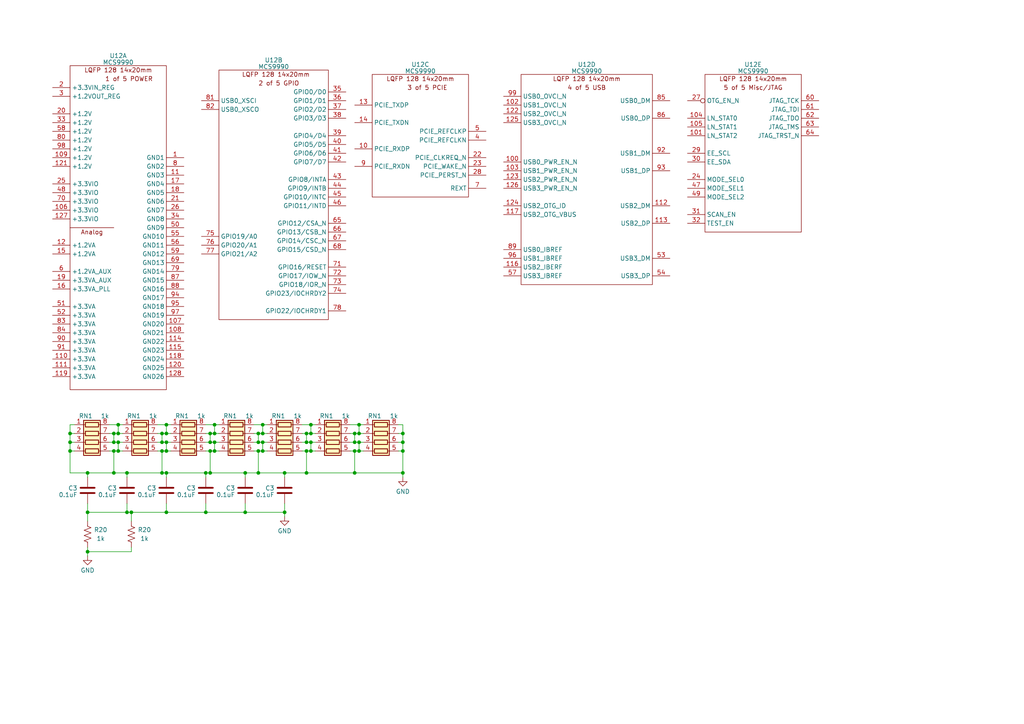
<source format=kicad_sch>
(kicad_sch (version 20230121) (generator eeschema)
  (paper "A4")
  (title_block (title "USB, 5v POWER") (date "2024-09-15") (rev "1"))
  (lib_symbols
    (symbol "Device:C" (pin_numbers hide) (pin_names (offset 0.254))
      (property "Reference" "C" (at 0.635 2.54 0))
      (property "Value" "C" (at 0.635 -2.54 0))
      (symbol "C_0_1"
        (polyline (pts (xy -2.032 -0.762) (xy 2.032 -0.762)) (stroke (width 0.508)))
        (polyline (pts (xy -2.032 0.762) (xy 2.032 0.762)) (stroke (width 0.508)))
      )
      (symbol "C_1_1"
        (pin passive line (at 0 3.81 270) (length 2.794) (name "~") (number "1"))
        (pin passive line (at 0 -3.81 90) (length 2.794) (name "~") (number "2"))
      )
    )
    (symbol "Device:R_Pack04" (pin_names (offset 0) hide)
      (property "Reference" "RN" (at -7.62 0 90))
      (property "Value" "R_Pack04" (at 5.08 0 90))
      (symbol "R_Pack04_0_1"
        (rectangle (start -6.35 -2.413) (end 3.81 2.413) (stroke (width 0.254)) (fill (type background)))
        (rectangle (start -5.715 1.905) (end -4.445 -1.905) (stroke (width 0.254)))
        (rectangle (start -3.175 1.905) (end -1.905 -1.905) (stroke (width 0.254)))
        (rectangle (start -0.635 1.905) (end 0.635 -1.905) (stroke (width 0.254)))
        (polyline (pts (xy -5.08 -2.54) (xy -5.08 -1.905)))
        (polyline (pts (xy -5.08 1.905) (xy -5.08 2.54)))
        (polyline (pts (xy -2.54 -2.54) (xy -2.54 -1.905)))
        (polyline (pts (xy -2.54 1.905) (xy -2.54 2.54)))
        (polyline (pts (xy 0 -2.54) (xy 0 -1.905)))
        (polyline (pts (xy 0 1.905) (xy 0 2.54)))
        (polyline (pts (xy 2.54 -2.54) (xy 2.54 -1.905)))
        (polyline (pts (xy 2.54 1.905) (xy 2.54 2.54)))
        (rectangle (start 1.905 1.905) (end 3.175 -1.905) (stroke (width 0.254)))
      )
      (symbol "R_Pack04_1_1"
        (pin passive line (at -5.08 -5.08 90) (length 2.54) (name "R1.1") (number "1"))
        (pin passive line (at -2.54 -5.08 90) (length 2.54) (name "R2.1") (number "2"))
        (pin passive line (at 0 -5.08 90) (length 2.54) (name "R3.1") (number "3"))
        (pin passive line (at 2.54 -5.08 90) (length 2.54) (name "R4.1") (number "4"))
        (pin passive line (at 2.54 5.08 270) (length 2.54) (name "R4.2") (number "5"))
        (pin passive line (at 0 5.08 270) (length 2.54) (name "R3.2") (number "6"))
        (pin passive line (at -2.54 5.08 270) (length 2.54) (name "R2.2") (number "7"))
        (pin passive line (at -5.08 5.08 270) (length 2.54) (name "R1.2") (number "8"))
      )
    )
    (symbol "Device:R_US" (pin_numbers hide) (pin_names (offset 0))
      (property "Reference" "R" (at 2.54 0 90))
      (property "Value" "R_US" (at -2.54 0 90))
      (symbol "R_US_0_1"
        (polyline (pts (xy 0 -2.286) (xy 0 -2.54)))
        (polyline (pts (xy 0 2.286) (xy 0 2.54)))
        (polyline (pts (xy 0 -0.762) (xy 1.016 -1.143) (xy 0 -1.524) (xy -1.016 -1.905) (xy 0 -2.286)))
        (polyline (pts (xy 0 0.762) (xy 1.016 0.381) (xy 0 0) (xy -1.016 -0.381) (xy 0 -0.762)))
        (polyline (pts (xy 0 2.286) (xy 1.016 1.905) (xy 0 1.524) (xy -1.016 1.143) (xy 0 0.762)))
      )
      (symbol "R_US_1_1"
        (pin passive line (at 0 3.81 270) (length 1.27) (name "~") (number "1"))
        (pin passive line (at 0 -3.81 90) (length 1.27) (name "~") (number "2"))
      )
    )
    (symbol "html_accel_Symbols:MCS9990"
      (property "Reference" "U" (at 19.05 3.81 0))
      (property "Value" "MCS9990" (at 19.05 1.27 0))
      (symbol "MCS9990_1_0"
        (pin power_in line (at 33.02 -26.67 180) (length 5.08) (name "GND1") (number "1"))
        (pin power_in line (at -5.08 -41.91 0) (length 5.08) (name "+3.3VIO") (number "106"))
        (pin power_in line (at 33.02 -74.93 180) (length 5.08) (name "GND20") (number "107"))
        (pin power_in line (at 33.02 -77.47 180) (length 5.08) (name "GND21") (number "108"))
        (pin power_in line (at -5.08 -26.67 0) (length 5.08) (name "+1.2V") (number "109"))
        (pin power_in line (at 33.02 -31.75 180) (length 5.08) (name "GND3") (number "11"))
        (pin power_in line (at -5.08 -85.09 0) (length 5.08) (name "+3.3VA") (number "110"))
        (pin power_in line (at -5.08 -87.63 0) (length 5.08) (name "+3.3VA") (number "111"))
        (pin power_in line (at 33.02 -80.01 180) (length 5.08) (name "GND22") (number "114"))
        (pin power_in line (at 33.02 -82.55 180) (length 5.08) (name "GND23") (number "115"))
        (pin power_in line (at 33.02 -85.09 180) (length 5.08) (name "GND24") (number "118"))
        (pin power_in line (at -5.08 -90.17 0) (length 5.08) (name "+3.3VA") (number "119"))
        (pin power_in line (at -5.08 -52.07 0) (length 5.08) (name "+1.2VA") (number "12"))
        (pin power_in line (at 33.02 -87.63 180) (length 5.08) (name "GND25") (number "120"))
        (pin power_in line (at -5.08 -29.21 0) (length 5.08) (name "+1.2V") (number "121"))
        (pin power_in line (at -5.08 -44.45 0) (length 5.08) (name "+3.3VIO") (number "127"))
        (pin power_in line (at 33.02 -90.17 180) (length 5.08) (name "GND26") (number "128"))
        (pin power_in line (at -5.08 -54.61 0) (length 5.08) (name "+1.2VA") (number "15"))
        (pin power_in line (at -5.08 -64.77 0) (length 5.08) (name "+3.3VA_PLL") (number "16"))
        (pin power_in line (at 33.02 -34.29 180) (length 5.08) (name "GND4") (number "17"))
        (pin power_in line (at 33.02 -36.83 180) (length 5.08) (name "GND5") (number "18"))
        (pin power_in line (at -5.08 -62.23 0) (length 5.08) (name "+3.3VA_AUX") (number "19"))
        (pin power_in line (at -5.08 -6.35 0) (length 5.08) (name "+3.3VIN_REG") (number "2"))
        (pin power_in line (at -5.08 -13.97 0) (length 5.08) (name "+1.2V") (number "20"))
        (pin power_in line (at 33.02 -39.37 180) (length 5.08) (name "GND6") (number "21"))
        (pin power_in line (at -5.08 -34.29 0) (length 5.08) (name "+3.3VIO") (number "25"))
        (pin power_in line (at 33.02 -41.91 180) (length 5.08) (name "GND7") (number "26"))
        (pin power_out line (at -5.08 -8.89 0) (length 5.08) (name "+1.2VOUT_REG") (number "3"))
        (pin power_in line (at -5.08 -16.51 0) (length 5.08) (name "+1.2V") (number "33"))
        (pin power_in line (at 33.02 -44.45 180) (length 5.08) (name "GND8") (number "34"))
        (pin power_in line (at -5.08 -36.83 0) (length 5.08) (name "+3.3VIO") (number "48"))
        (pin power_in line (at 33.02 -46.99 180) (length 5.08) (name "GND9") (number "50"))
        (pin power_in line (at -5.08 -69.85 0) (length 5.08) (name "+3.3VA") (number "51"))
        (pin power_in line (at -5.08 -72.39 0) (length 5.08) (name "+3.3VA") (number "52"))
        (pin power_in line (at 33.02 -49.53 180) (length 5.08) (name "GND10") (number "55"))
        (pin power_in line (at 33.02 -52.07 180) (length 5.08) (name "GND11") (number "56"))
        (pin power_in line (at -5.08 -19.05 0) (length 5.08) (name "+1.2V") (number "58"))
        (pin power_in line (at 33.02 -54.61 180) (length 5.08) (name "GND12") (number "59"))
        (pin power_in line (at -5.08 -59.69 0) (length 5.08) (name "+1.2VA_AUX") (number "6"))
        (pin power_in line (at 33.02 -57.15 180) (length 5.08) (name "GND13") (number "69"))
        (pin power_in line (at -5.08 -39.37 0) (length 5.08) (name "+3.3VIO") (number "70"))
        (pin power_in line (at 33.02 -59.69 180) (length 5.08) (name "GND14") (number "79"))
        (pin power_in line (at 33.02 -29.21 180) (length 5.08) (name "GND2") (number "8"))
        (pin power_in line (at -5.08 -21.59 0) (length 5.08) (name "+1.2V") (number "80"))
        (pin power_in line (at -5.08 -74.93 0) (length 5.08) (name "+3.3VA") (number "83"))
        (pin power_in line (at -5.08 -77.47 0) (length 5.08) (name "+3.3VA") (number "84"))
        (pin power_in line (at 33.02 -62.23 180) (length 5.08) (name "GND15") (number "87"))
        (pin power_in line (at 33.02 -64.77 180) (length 5.08) (name "GND16") (number "88"))
        (pin power_in line (at -5.08 -80.01 0) (length 5.08) (name "+3.3VA") (number "90"))
        (pin power_in line (at -5.08 -82.55 0) (length 5.08) (name "+3.3VA") (number "91"))
        (pin power_in line (at 33.02 -67.31 180) (length 5.08) (name "GND17") (number "94"))
        (pin power_in line (at 33.02 -69.85 180) (length 5.08) (name "GND18") (number "95"))
        (pin power_in line (at 33.02 -72.39 180) (length 5.08) (name "GND19") (number "97"))
        (pin power_in line (at -5.08 -24.13 0) (length 5.08) (name "+1.2V") (number "98"))
      )
      (symbol "MCS9990_1_1"
        (polyline (pts (xy 0 -46.99) (xy 12.7 -46.99)))
        (rectangle (start 0 0) (end 27.94 -93.98))
        (text "1 of 5 POWER" (at 10.16 -3.81 0) (effects (font (size 1.27 1.27)) (justify left)))
        (text "Analog" (at 6.35 -48.26 0) (effects (font (size 1.27 1.27))))
        (text "LQFP 128 14x20mm" (at 13.97 -1.27 0) (effects (font (size 1.27 1.27))))
      )
      (symbol "MCS9990_2_0"
        (pin bidirectional line (at 36.83 -6.35 180) (length 5.08) (name "GPIO0/D0") (number "35"))
        (pin bidirectional line (at 36.83 -8.89 180) (length 5.08) (name "GPIO1/D1") (number "36"))
        (pin bidirectional line (at 36.83 -11.43 180) (length 5.08) (name "GPIO2/D2") (number "37"))
        (pin bidirectional line (at 36.83 -13.97 180) (length 5.08) (name "GPIO3/D3") (number "38"))
        (pin bidirectional line (at 36.83 -19.05 180) (length 5.08) (name "GPIO4/D4") (number "39"))
        (pin bidirectional line (at 36.83 -21.59 180) (length 5.08) (name "GPIO5/D5") (number "40"))
        (pin bidirectional line (at 36.83 -24.13 180) (length 5.08) (name "GPIO6/D6") (number "41"))
        (pin bidirectional line (at 36.83 -26.67 180) (length 5.08) (name "GPIO7/D7") (number "42"))
        (pin input line (at 36.83 -31.75 180) (length 5.08) (name "GPIO8/INTA") (number "43"))
        (pin input line (at 36.83 -34.29 180) (length 5.08) (name "GPIO9/INTB") (number "44"))
        (pin input line (at 36.83 -36.83 180) (length 5.08) (name "GPIO10/INTC") (number "45"))
        (pin input line (at 36.83 -39.37 180) (length 5.08) (name "GPIO11/INTD") (number "46"))
        (pin output line (at 36.83 -44.45 180) (length 5.08) (name "GPIO12/CSA_N") (number "65"))
        (pin output line (at 36.83 -46.99 180) (length 5.08) (name "GPIO13/CSB_N") (number "66"))
        (pin output line (at 36.83 -49.53 180) (length 5.08) (name "GPIO14/CSC_N") (number "67"))
        (pin output line (at 36.83 -52.07 180) (length 5.08) (name "GPIO15/CSD_N") (number "68"))
        (pin output line (at 36.83 -57.15 180) (length 5.08) (name "GPIO16/RESET") (number "71"))
        (pin output line (at 36.83 -59.69 180) (length 5.08) (name "GPIO17/IOW_N") (number "72"))
        (pin output line (at 36.83 -62.23 180) (length 5.08) (name "GPIO18/IOR_N") (number "73"))
        (pin input line (at 36.83 -64.77 180) (length 5.08) (name "GPIO23/IOCHRDY2") (number "74"))
        (pin output line (at -5.08 -48.26 0) (length 5.08) (name "GPIO19/A0") (number "75"))
        (pin output line (at -5.08 -50.8 0) (length 5.08) (name "GPIO20/A1") (number "76"))
        (pin output line (at -5.08 -53.34 0) (length 5.08) (name "GPIO21/A2") (number "77"))
        (pin input line (at 36.83 -69.85 180) (length 5.08) (name "GPIO22/IOCHRDY1") (number "78"))
        (pin input line (at -5.08 -8.89 0) (length 5.08) (name "USB0_XSCI") (number "81"))
        (pin output line (at -5.08 -11.43 0) (length 5.08) (name "USB0_XSCO") (number "82"))
      )
      (symbol "MCS9990_2_1"
        (rectangle (start 0 0) (end 31.75 -72.39))
        (text "2 of 5 GPIO" (at 11.43 -3.81 0) (effects (font (size 1.27 1.27)) (justify left)))
        (text "LQFP 128 14x20mm" (at 16.51 -1.27 0) (effects (font (size 1.27 1.27))))
      )
      (symbol "MCS9990_3_0"
        (pin input line (at -5.08 -21.59 0) (length 5.08) (name "PCIE_RXDP") (number "10"))
        (pin output line (at -5.08 -8.89 0) (length 5.08) (name "PCIE_TXDP") (number "13"))
        (pin output line (at -5.08 -13.97 0) (length 5.08) (name "PCIE_TXDN") (number "14"))
        (pin output line (at 33.02 -24.13 180) (length 5.08) (name "PCIE_CLKREQ_N") (number "22"))
        (pin input line (at 33.02 -29.21 180) (length 5.08) (name "PCIE_PERST_N") (number "28"))
        (pin input line (at 33.02 -19.05 180) (length 5.08) (name "PCIE_REFCLKN") (number "4"))
        (pin input line (at 33.02 -16.51 180) (length 5.08) (name "PCIE_REFCLKP") (number "5"))
        (pin input line (at -5.08 -26.67 0) (length 5.08) (name "PCIE_RXDN") (number "9"))
      )
      (symbol "MCS9990_3_1"
        (rectangle (start 0 0) (end 27.94 -35.56))
        (text "3 of 5 PCIE" (at 10.16 -3.81 0) (effects (font (size 1.27 1.27)) (justify left)))
        (text "LQFP 128 14x20mm" (at 13.97 -1.27 0) (effects (font (size 1.27 1.27))))
        (pin output line (at 33.02 -26.67 180) (length 5.08) (name "PCIE_WAKE_N") (number "23"))
        (pin output line (at 33.02 -33.02 180) (length 5.08) (name "REXT") (number "7"))
      )
      (symbol "MCS9990_4_0"
        (pin output line (at -5.08 -27.94 0) (length 5.08) (name "USB1_PWR_EN_N") (number "103"))
        (pin bidirectional line (at 43.18 -38.1 180) (length 5.08) (name "USB2_DM") (number "112"))
        (pin input line (at -5.08 -40.64 0) (length 5.08) (name "USB2_OTG_VBUS") (number "117"))
        (pin input line (at -5.08 -11.43 0) (length 5.08) (name "USB2_OVCI_N") (number "122"))
        (pin output line (at -5.08 -30.48 0) (length 5.08) (name "USB2_PWR_EN_N") (number "123"))
        (pin input line (at -5.08 -38.1 0) (length 5.08) (name "USB2_OTG_ID") (number "124"))
        (pin input line (at -5.08 -13.97 0) (length 5.08) (name "USB3_OVCI_N") (number "125"))
        (pin output line (at -5.08 -33.02 0) (length 5.08) (name "USB3_PWR_EN_N") (number "126"))
        (pin bidirectional line (at 43.18 -53.34 180) (length 5.08) (name "USB3_DM") (number "53"))
        (pin bidirectional line (at 43.18 -58.42 180) (length 5.08) (name "USB3_DP") (number "54"))
        (pin input line (at -5.08 -58.42 0) (length 5.08) (name "USB3_IBREF") (number "57"))
      )
      (symbol "MCS9990_4_1"
        (rectangle (start 0 0) (end 38.1 -60.96))
        (text "4 of 5 USB" (at 19.05 -3.81 0) (effects (font (size 1.27 1.27))))
        (text "LQFP 128 14x20mm" (at 19.05 -1.27 0) (effects (font (size 1.27 1.27))))
        (pin output line (at -5.08 -25.4 0) (length 5.08) (name "USB0_PWR_EN_N") (number "100"))
        (pin input line (at -5.08 -8.89 0) (length 5.08) (name "USB1_OVCI_N") (number "102"))
        (pin bidirectional line (at 43.18 -43.18 180) (length 5.08) (name "USB2_DP") (number "113"))
        (pin input line (at -5.08 -55.88 0) (length 5.08) (name "USB2_IBERF") (number "116"))
        (pin bidirectional line (at 43.18 -7.62 180) (length 5.08) (name "USB0_DM") (number "85"))
        (pin bidirectional line (at 43.18 -12.7 180) (length 5.08) (name "USB0_DP") (number "86"))
        (pin input line (at -5.08 -50.8 0) (length 5.08) (name "USB0_IBREF") (number "89"))
        (pin bidirectional line (at 43.18 -22.86 180) (length 5.08) (name "USB1_DM") (number "92"))
        (pin bidirectional line (at 43.18 -27.94 180) (length 5.08) (name "USB1_DP") (number "93"))
        (pin input line (at -5.08 -53.34 0) (length 5.08) (name "USB1_IBREF") (number "96"))
        (pin input line (at -5.08 -6.35 0) (length 5.08) (name "USB0_OVCI_N") (number "99"))
      )
      (symbol "MCS9990_5_0"
        (pin bidirectional line (at -5.08 -17.78 0) (length 5.08) (name "LN_STAT2") (number "101"))
        (pin bidirectional line (at -5.08 -12.7 0) (length 5.08) (name "LN_STAT0") (number "104"))
        (pin bidirectional line (at -5.08 -15.24 0) (length 5.08) (name "LN_STAT1") (number "105"))
        (pin input line (at -5.08 -30.48 0) (length 5.08) (name "MODE_SEL0") (number "24"))
        (pin input inverted (at -5.08 -7.62 0) (length 5.08) (name "OTG_EN_N") (number "27"))
        (pin bidirectional line (at -5.08 -22.86 0) (length 5.08) (name "EE_SCL") (number "29"))
        (pin bidirectional line (at -5.08 -25.4 0) (length 5.08) (name "EE_SDA") (number "30"))
        (pin input line (at -5.08 -43.18 0) (length 5.08) (name "TEST_EN") (number "32"))
        (pin input line (at -5.08 -33.02 0) (length 5.08) (name "MODE_SEL1") (number "47"))
        (pin input line (at -5.08 -35.56 0) (length 5.08) (name "MODE_SEL2") (number "49"))
        (pin input line (at 33.02 -7.62 180) (length 5.08) (name "JTAG_TCK") (number "60"))
        (pin input line (at 33.02 -10.16 180) (length 5.08) (name "JTAG_TDI") (number "61"))
        (pin output line (at 33.02 -12.7 180) (length 5.08) (name "JTAG_TDO") (number "62"))
        (pin input line (at 33.02 -15.24 180) (length 5.08) (name "JTAG_TMS") (number "63"))
        (pin input line (at 33.02 -17.78 180) (length 5.08) (name "JTAG_TRST_N") (number "64"))
      )
      (symbol "MCS9990_5_1"
        (rectangle (start 0 0) (end 27.94 -45.72))
        (text "5 of 5 Misc/JTAG" (at 13.97 -3.81 0) (effects (font (size 1.27 1.27))))
        (text "LQFP 128 14x20mm" (at 13.97 -1.27 0) (effects (font (size 1.27 1.27))))
        (pin input line (at -5.08 -40.64 0) (length 5.08) (name "SCAN_EN") (number "31"))
      )
    )
    (symbol "power:GND" (power) (pin_names (offset 0))
      (property "Value" "GND" (at 0 -3.81 0))
      (symbol "GND_0_1"
        (polyline (pts (xy 0 0) (xy 0 -1.27) (xy 1.27 -1.27) (xy 0 -2.54) (xy -1.27 -1.27) (xy 0 -1.27)))
      )
      (symbol "GND_1_1"
        (pin power_in line (at 0 0 270) (length 0) hide (name "GND") (number "1"))
      )
    )
  )
  (junction (at 34.29 123.19))
  (junction (at 88.9 137.16))
  (junction (at 74.93 137.16))
  (junction (at 25.4 160.02))
  (junction (at 46.99 125.73))
  (junction (at 102.87 125.73))
  (junction (at 36.83 148.59))
  (junction (at 104.14 125.73))
  (junction (at 116.84 130.81))
  (junction (at 90.17 125.73))
  (junction (at 20.32 128.27))
  (junction (at 74.93 130.81))
  (junction (at 90.17 130.81))
  (junction (at 76.2 123.19))
  (junction (at 48.26 128.27))
  (junction (at 116.84 128.27))
  (junction (at 76.2 128.27))
  (junction (at 38.1 148.59))
  (junction (at 62.23 125.73))
  (junction (at 48.26 123.19))
  (junction (at 48.26 137.16))
  (junction (at 48.26 125.73))
  (junction (at 88.9 128.27))
  (junction (at 20.32 125.73))
  (junction (at 46.99 137.16))
  (junction (at 48.26 148.59))
  (junction (at 102.87 128.27))
  (junction (at 74.93 125.73))
  (junction (at 34.29 130.81))
  (junction (at 60.96 137.16))
  (junction (at 82.55 137.16))
  (junction (at 33.02 130.81))
  (junction (at 59.69 137.16))
  (junction (at 90.17 123.19))
  (junction (at 62.23 130.81))
  (junction (at 60.96 128.27))
  (junction (at 36.83 137.16))
  (junction (at 104.14 130.81))
  (junction (at 62.23 128.27))
  (junction (at 33.02 128.27))
  (junction (at 34.29 128.27))
  (junction (at 82.55 148.59))
  (junction (at 71.12 148.59))
  (junction (at 48.26 130.81))
  (junction (at 76.2 125.73))
  (junction (at 33.02 137.16))
  (junction (at 116.84 125.73))
  (junction (at 116.84 137.16))
  (junction (at 46.99 128.27))
  (junction (at 62.23 123.19))
  (junction (at 88.9 125.73))
  (junction (at 59.69 148.59))
  (junction (at 102.87 137.16))
  (junction (at 33.02 125.73))
  (junction (at 20.32 130.81))
  (junction (at 104.14 128.27))
  (junction (at 25.4 148.59))
  (junction (at 60.96 130.81))
  (junction (at 90.17 128.27))
  (junction (at 71.12 137.16))
  (junction (at 60.96 125.73))
  (junction (at 76.2 130.81))
  (junction (at 104.14 123.19))
  (junction (at 25.4 137.16))
  (junction (at 74.93 128.27))
  (junction (at 34.29 125.73))
  (junction (at 102.87 130.81))
  (junction (at 46.99 130.81))
  (junction (at 88.9 130.81))
  (wire (pts (xy 25.4 148.59) (xy 25.4 151.13)))
  (wire (pts (xy 82.55 148.59) (xy 82.55 149.86)))
  (wire (pts (xy 21.59 128.27) (xy 20.32 128.27)))
  (wire (pts (xy 25.4 138.43) (xy 25.4 137.16)))
  (wire (pts (xy 20.32 130.81) (xy 20.32 137.16)))
  (wire (pts (xy 34.29 125.73) (xy 35.56 125.73)))
  (wire (pts (xy 31.75 128.27) (xy 33.02 128.27)))
  (wire (pts (xy 87.63 123.19) (xy 90.17 123.19)))
  (wire (pts (xy 59.69 130.81) (xy 60.96 130.81)))
  (wire (pts (xy 59.69 146.05) (xy 59.69 148.59)))
  (wire (pts (xy 101.6 130.81) (xy 102.87 130.81)))
  (wire (pts (xy 34.29 123.19) (xy 35.56 123.19)))
  (wire (pts (xy 33.02 125.73) (xy 33.02 128.27)))
  (wire (pts (xy 38.1 151.13) (xy 38.1 148.59)))
  (wire (pts (xy 88.9 125.73) (xy 88.9 128.27)))
  (wire (pts (xy 88.9 130.81) (xy 90.17 130.81)))
  (wire (pts (xy 62.23 130.81) (xy 63.5 130.81)))
  (wire (pts (xy 116.84 123.19) (xy 116.84 125.73)))
  (wire (pts (xy 88.9 137.16) (xy 102.87 137.16)))
  (wire (pts (xy 36.83 148.59) (xy 38.1 148.59)))
  (wire (pts (xy 48.26 146.05) (xy 48.26 148.59)))
  (wire (pts (xy 82.55 137.16) (xy 88.9 137.16)))
  (wire (pts (xy 76.2 123.19) (xy 76.2 125.73)))
  (wire (pts (xy 25.4 137.16) (xy 33.02 137.16)))
  (wire (pts (xy 34.29 128.27) (xy 34.29 130.81)))
  (wire (pts (xy 62.23 128.27) (xy 63.5 128.27)))
  (wire (pts (xy 82.55 146.05) (xy 82.55 148.59)))
  (wire (pts (xy 73.66 128.27) (xy 74.93 128.27)))
  (wire (pts (xy 46.99 125.73) (xy 46.99 128.27)))
  (wire (pts (xy 104.14 128.27) (xy 104.14 130.81)))
  (wire (pts (xy 101.6 125.73) (xy 102.87 125.73)))
  (wire (pts (xy 31.75 123.19) (xy 34.29 123.19)))
  (wire (pts (xy 115.57 123.19) (xy 116.84 123.19)))
  (wire (pts (xy 73.66 125.73) (xy 74.93 125.73)))
  (wire (pts (xy 76.2 130.81) (xy 77.47 130.81)))
  (wire (pts (xy 116.84 125.73) (xy 116.84 128.27)))
  (wire (pts (xy 48.26 125.73) (xy 49.53 125.73)))
  (wire (pts (xy 48.26 137.16) (xy 48.26 138.43)))
  (wire (pts (xy 46.99 130.81) (xy 46.99 137.16)))
  (wire (pts (xy 71.12 146.05) (xy 71.12 148.59)))
  (wire (pts (xy 74.93 128.27) (xy 76.2 128.27)))
  (wire (pts (xy 102.87 125.73) (xy 104.14 125.73)))
  (wire (pts (xy 33.02 130.81) (xy 33.02 137.16)))
  (wire (pts (xy 34.29 123.19) (xy 34.29 125.73)))
  (wire (pts (xy 62.23 123.19) (xy 63.5 123.19)))
  (wire (pts (xy 102.87 125.73) (xy 102.87 128.27)))
  (wire (pts (xy 45.72 128.27) (xy 46.99 128.27)))
  (wire (pts (xy 38.1 148.59) (xy 48.26 148.59)))
  (wire (pts (xy 46.99 128.27) (xy 48.26 128.27)))
  (wire (pts (xy 90.17 130.81) (xy 91.44 130.81)))
  (wire (pts (xy 33.02 128.27) (xy 34.29 128.27)))
  (wire (pts (xy 48.26 128.27) (xy 49.53 128.27)))
  (wire (pts (xy 38.1 160.02) (xy 38.1 158.75)))
  (wire (pts (xy 60.96 125.73) (xy 62.23 125.73)))
  (wire (pts (xy 101.6 128.27) (xy 102.87 128.27)))
  (wire (pts (xy 31.75 130.81) (xy 33.02 130.81)))
  (wire (pts (xy 36.83 137.16) (xy 46.99 137.16)))
  (wire (pts (xy 71.12 137.16) (xy 71.12 138.43)))
  (wire (pts (xy 34.29 130.81) (xy 35.56 130.81)))
  (wire (pts (xy 115.57 125.73) (xy 116.84 125.73)))
  (wire (pts (xy 20.32 128.27) (xy 20.32 130.81)))
  (wire (pts (xy 104.14 123.19) (xy 104.14 125.73)))
  (wire (pts (xy 104.14 130.81) (xy 105.41 130.81)))
  (wire (pts (xy 36.83 146.05) (xy 36.83 148.59)))
  (wire (pts (xy 21.59 125.73) (xy 20.32 125.73)))
  (wire (pts (xy 48.26 123.19) (xy 49.53 123.19)))
  (wire (pts (xy 76.2 128.27) (xy 77.47 128.27)))
  (wire (pts (xy 87.63 130.81) (xy 88.9 130.81)))
  (wire (pts (xy 102.87 137.16) (xy 116.84 137.16)))
  (wire (pts (xy 31.75 125.73) (xy 33.02 125.73)))
  (wire (pts (xy 59.69 128.27) (xy 60.96 128.27)))
  (wire (pts (xy 60.96 130.81) (xy 62.23 130.81)))
  (wire (pts (xy 20.32 137.16) (xy 25.4 137.16)))
  (wire (pts (xy 59.69 137.16) (xy 59.69 138.43)))
  (wire (pts (xy 45.72 125.73) (xy 46.99 125.73)))
  (wire (pts (xy 104.14 128.27) (xy 105.41 128.27)))
  (wire (pts (xy 46.99 137.16) (xy 48.26 137.16)))
  (wire (pts (xy 25.4 158.75) (xy 25.4 160.02)))
  (wire (pts (xy 82.55 137.16) (xy 82.55 138.43)))
  (wire (pts (xy 33.02 137.16) (xy 36.83 137.16)))
  (wire (pts (xy 74.93 130.81) (xy 76.2 130.81)))
  (wire (pts (xy 48.26 123.19) (xy 48.26 125.73)))
  (wire (pts (xy 36.83 137.16) (xy 36.83 138.43)))
  (wire (pts (xy 90.17 123.19) (xy 91.44 123.19)))
  (wire (pts (xy 101.6 123.19) (xy 104.14 123.19)))
  (wire (pts (xy 115.57 130.81) (xy 116.84 130.81)))
  (wire (pts (xy 60.96 137.16) (xy 71.12 137.16)))
  (wire (pts (xy 88.9 130.81) (xy 88.9 137.16)))
  (wire (pts (xy 25.4 161.29) (xy 25.4 160.02)))
  (wire (pts (xy 48.26 148.59) (xy 59.69 148.59)))
  (wire (pts (xy 34.29 128.27) (xy 35.56 128.27)))
  (wire (pts (xy 90.17 125.73) (xy 91.44 125.73)))
  (wire (pts (xy 25.4 148.59) (xy 36.83 148.59)))
  (wire (pts (xy 25.4 160.02) (xy 38.1 160.02)))
  (wire (pts (xy 87.63 125.73) (xy 88.9 125.73)))
  (wire (pts (xy 62.23 128.27) (xy 62.23 130.81)))
  (wire (pts (xy 102.87 130.81) (xy 102.87 137.16)))
  (wire (pts (xy 104.14 123.19) (xy 105.41 123.19)))
  (wire (pts (xy 21.59 123.19) (xy 20.32 123.19)))
  (wire (pts (xy 71.12 137.16) (xy 74.93 137.16)))
  (wire (pts (xy 90.17 128.27) (xy 90.17 130.81)))
  (wire (pts (xy 76.2 128.27) (xy 76.2 130.81)))
  (wire (pts (xy 88.9 125.73) (xy 90.17 125.73)))
  (wire (pts (xy 102.87 130.81) (xy 104.14 130.81)))
  (wire (pts (xy 25.4 148.59) (xy 25.4 146.05)))
  (wire (pts (xy 62.23 125.73) (xy 63.5 125.73)))
  (wire (pts (xy 60.96 125.73) (xy 60.96 128.27)))
  (wire (pts (xy 48.26 130.81) (xy 49.53 130.81)))
  (wire (pts (xy 59.69 125.73) (xy 60.96 125.73)))
  (wire (pts (xy 74.93 130.81) (xy 74.93 137.16)))
  (wire (pts (xy 74.93 137.16) (xy 82.55 137.16)))
  (wire (pts (xy 20.32 123.19) (xy 20.32 125.73)))
  (wire (pts (xy 116.84 137.16) (xy 116.84 138.43)))
  (wire (pts (xy 59.69 123.19) (xy 62.23 123.19)))
  (wire (pts (xy 59.69 148.59) (xy 71.12 148.59)))
  (wire (pts (xy 45.72 123.19) (xy 48.26 123.19)))
  (wire (pts (xy 76.2 123.19) (xy 77.47 123.19)))
  (wire (pts (xy 62.23 123.19) (xy 62.23 125.73)))
  (wire (pts (xy 115.57 128.27) (xy 116.84 128.27)))
  (wire (pts (xy 21.59 130.81) (xy 20.32 130.81)))
  (wire (pts (xy 76.2 125.73) (xy 77.47 125.73)))
  (wire (pts (xy 88.9 128.27) (xy 90.17 128.27)))
  (wire (pts (xy 20.32 125.73) (xy 20.32 128.27)))
  (wire (pts (xy 73.66 123.19) (xy 76.2 123.19)))
  (wire (pts (xy 60.96 130.81) (xy 60.96 137.16)))
  (wire (pts (xy 33.02 130.81) (xy 34.29 130.81)))
  (wire (pts (xy 90.17 123.19) (xy 90.17 125.73)))
  (wire (pts (xy 60.96 128.27) (xy 62.23 128.27)))
  (wire (pts (xy 59.69 137.16) (xy 60.96 137.16)))
  (wire (pts (xy 74.93 125.73) (xy 74.93 128.27)))
  (wire (pts (xy 116.84 130.81) (xy 116.84 137.16)))
  (wire (pts (xy 73.66 130.81) (xy 74.93 130.81)))
  (wire (pts (xy 102.87 128.27) (xy 104.14 128.27)))
  (wire (pts (xy 33.02 125.73) (xy 34.29 125.73)))
  (wire (pts (xy 71.12 148.59) (xy 82.55 148.59)))
  (wire (pts (xy 87.63 128.27) (xy 88.9 128.27)))
  (wire (pts (xy 48.26 137.16) (xy 59.69 137.16)))
  (wire (pts (xy 46.99 130.81) (xy 48.26 130.81)))
  (wire (pts (xy 116.84 128.27) (xy 116.84 130.81)))
  (wire (pts (xy 90.17 128.27) (xy 91.44 128.27)))
  (wire (pts (xy 46.99 125.73) (xy 48.26 125.73)))
  (wire (pts (xy 74.93 125.73) (xy 76.2 125.73)))
  (wire (pts (xy 48.26 128.27) (xy 48.26 130.81)))
  (wire (pts (xy 104.14 125.73) (xy 105.41 125.73)))
  (wire (pts (xy 45.72 130.81) (xy 46.99 130.81)))
  (symbol (lib_id "Device:C") (at 82.55 142.24 0) (mirror x) (unit 1)
    (property "Reference" "C3" (at 79.629 141.5963 0) (effects (justify right)))
    (property "Value" "0.1uF" (at 79.629 143.5173 0) (effects (justify right)))
    (property "Footprint" "Capacitor_SMD:C_0805_2012Metric_Pad1.18x1.45mm_HandSolder" (effects hide))
    (instances (project "html_accelerator" (path "" (reference "C3") (unit 1)) (path "" (reference "C35") (unit 1)) (path "" (reference "C70") (unit 1))))
  )
  (symbol (lib_id "html_accel_Symbols:MCS9990") (at 63.5 20.32 0) (unit 2)
    (property "Reference" "U12" (at 79.375 17.4371 0))
    (property "Value" "MCS9990" (at 79.375 19.3581 0))
    (property "Footprint" "Package_QFP:LQFP-128_14x14mm_P0.4mm" (effects hide))
  )
  (symbol (lib_id "Device:R_Pack04") (at 40.64 128.27 270) (unit 1)
    (property "Reference" "RN1" (at 36.83 120.65 90) (effects (justify left)))
    (property "Value" "1k" (at 43.18 120.65 90) (effects (justify left)))
    (property "Footprint" "Resistor_SMD:R_Array_Convex_4x1206" (effects hide))
    (instances (project "html_accelerator" (path "" (reference "RN1") (unit 1)) (path "" (reference "RN7") (unit 1))))
  )
  (symbol (lib_id "Device:R_Pack04") (at 68.58 128.27 270) (unit 1)
    (property "Reference" "RN1" (at 64.77 120.65 90) (effects (justify left)))
    (property "Value" "1k" (at 71.12 120.65 90) (effects (justify left)))
    (property "Footprint" "Resistor_SMD:R_Array_Convex_4x1206" (effects hide))
    (instances (project "html_accelerator" (path "" (reference "RN1") (unit 1)) (path "" (reference "RN9") (unit 1))))
  )
  (symbol (lib_id "Device:R_Pack04") (at 110.49 128.27 270) (unit 1)
    (property "Reference" "RN1" (at 106.68 120.65 90) (effects (justify left)))
    (property "Value" "1k" (at 113.03 120.65 90) (effects (justify left)))
    (property "Footprint" "Resistor_SMD:R_Array_Convex_4x1206" (effects hide))
    (instances (project "html_accelerator" (path "" (reference "RN1") (unit 1)) (path "" (reference "RN12") (unit 1))))
  )
  (symbol (lib_id "Device:R_Pack04") (at 54.61 128.27 270) (unit 1)
    (property "Reference" "RN1" (at 50.8 120.65 90) (effects (justify left)))
    (property "Value" "1k" (at 57.15 120.65 90) (effects (justify left)))
    (property "Footprint" "Resistor_SMD:R_Array_Convex_4x1206" (effects hide))
    (instances (project "html_accelerator" (path "" (reference "RN1") (unit 1)) (path "" (reference "RN8") (unit 1))))
  )
  (symbol (lib_id "power:GND") (at 116.84 138.43 0) (unit 1)
    (property "Reference" "#PWR048" (effects hide))
    (property "Value" "GND" (at 116.84 142.5655 0))
  )
  (symbol (lib_id "Device:C") (at 25.4 142.24 0) (mirror x) (unit 1)
    (property "Reference" "C3" (at 22.479 141.5963 0) (effects (justify right)))
    (property "Value" "0.1uF" (at 22.479 143.5173 0) (effects (justify right)))
    (property "Footprint" "Capacitor_SMD:C_0805_2012Metric_Pad1.18x1.45mm_HandSolder" (effects hide))
    (instances (project "html_accelerator" (path "" (reference "C3") (unit 1)) (path "" (reference "C35") (unit 1)) (path "" (reference "C23") (unit 1))))
  )
  (symbol (lib_id "Device:C") (at 36.83 142.24 0) (mirror x) (unit 1)
    (property "Reference" "C3" (at 33.909 141.5963 0) (effects (justify right)))
    (property "Value" "0.1uF" (at 33.909 143.5173 0) (effects (justify right)))
    (property "Footprint" "Capacitor_SMD:C_0805_2012Metric_Pad1.18x1.45mm_HandSolder" (effects hide))
    (instances (project "html_accelerator" (path "" (reference "C3") (unit 1)) (path "" (reference "C35") (unit 1)) (path "" (reference "C24") (unit 1))))
  )
  (symbol (lib_id "html_accel_Symbols:MCS9990") (at 20.32 19.05 0) (unit 1)
    (property "Reference" "U12" (at 34.29 16.1671 0))
    (property "Value" "MCS9990" (at 34.29 18.0881 0))
    (property "Footprint" "Package_QFP:LQFP-128_14x14mm_P0.4mm" (effects hide))
  )
  (symbol (lib_id "power:GND") (at 25.4 161.29 0) (unit 1)
    (property "Reference" "#PWR039" (effects hide))
    (property "Value" "GND" (at 25.4 165.4255 0))
  )
  (symbol (lib_id "Device:R_Pack04") (at 82.55 128.27 270) (unit 1)
    (property "Reference" "RN1" (at 78.74 120.65 90) (effects (justify left)))
    (property "Value" "1k" (at 85.09 120.65 90) (effects (justify left)))
    (property "Footprint" "Resistor_SMD:R_Array_Convex_4x1206" (effects hide))
    (instances (project "html_accelerator" (path "" (reference "RN1") (unit 1)) (path "" (reference "RN10") (unit 1))))
  )
  (symbol (lib_id "Device:R_US") (at 38.1 154.94 0) (unit 1)
    (property "Reference" "R20" (at 41.91 153.67 0))
    (property "Value" "1k" (at 41.91 156.21 0))
    (property "Footprint" "Resistor_SMD:R_0805_2012Metric_Pad1.20x1.40mm_HandSolder" (effects hide))
    (instances (project "html_accelerator" (path "" (reference "R20") (unit 1)) (path "" (reference "R3") (unit 1)) (path "" (reference "R28") (unit 1)) (path "" (reference "R59") (unit 1))))
  )
  (symbol (lib_id "Device:C") (at 59.69 142.24 0) (mirror x) (unit 1)
    (property "Reference" "C3" (at 56.769 141.5963 0) (effects (justify right)))
    (property "Value" "0.1uF" (at 56.769 143.5173 0) (effects (justify right)))
    (property "Footprint" "Capacitor_SMD:C_0805_2012Metric_Pad1.18x1.45mm_HandSolder" (effects hide))
    (instances (project "html_accelerator" (path "" (reference "C3") (unit 1)) (path "" (reference "C35") (unit 1)) (path "" (reference "C68") (unit 1))))
  )
  (symbol (lib_id "Device:C") (at 48.26 142.24 0) (mirror x) (unit 1)
    (property "Reference" "C3" (at 45.339 141.5963 0) (effects (justify right)))
    (property "Value" "0.1uF" (at 45.339 143.5173 0) (effects (justify right)))
    (property "Footprint" "Capacitor_SMD:C_0805_2012Metric_Pad1.18x1.45mm_HandSolder" (effects hide))
    (instances (project "html_accelerator" (path "" (reference "C3") (unit 1)) (path "" (reference "C35") (unit 1)) (path "" (reference "C31") (unit 1))))
  )
  (symbol (lib_id "Device:R_US") (at 25.4 154.94 0) (unit 1)
    (property "Reference" "R20" (at 29.21 153.67 0))
    (property "Value" "1k" (at 29.21 156.21 0))
    (property "Footprint" "Resistor_SMD:R_0805_2012Metric_Pad1.20x1.40mm_HandSolder" (effects hide))
    (instances (project "html_accelerator" (path "" (reference "R20") (unit 1)) (path "" (reference "R3") (unit 1)) (path "" (reference "R28") (unit 1)) (path "" (reference "R58") (unit 1))))
  )
  (symbol (lib_id "html_accel_Symbols:MCS9990") (at 204.47 21.59 0) (unit 5)
    (property "Reference" "U12" (at 218.44 18.7071 0))
    (property "Value" "MCS9990" (at 218.44 20.6281 0))
    (property "Footprint" "Package_QFP:LQFP-128_14x14mm_P0.4mm" (effects hide))
  )
  (symbol (lib_id "Device:R_Pack04") (at 96.52 128.27 270) (unit 1)
    (property "Reference" "RN1" (at 92.71 120.65 90) (effects (justify left)))
    (property "Value" "1k" (at 99.06 120.65 90) (effects (justify left)))
    (property "Footprint" "Resistor_SMD:R_Array_Convex_4x1206" (effects hide))
    (instances (project "html_accelerator" (path "" (reference "RN1") (unit 1)) (path "" (reference "RN11") (unit 1))))
  )
  (symbol (lib_id "html_accel_Symbols:MCS9990") (at 107.95 21.59 0) (unit 3)
    (property "Reference" "U12" (at 121.92 18.7071 0))
    (property "Value" "MCS9990" (at 121.92 20.6281 0))
    (property "Footprint" "Package_QFP:LQFP-128_14x14mm_P0.4mm" (effects hide))
  )
  (symbol (lib_id "Device:C") (at 71.12 142.24 0) (mirror x) (unit 1)
    (property "Reference" "C3" (at 68.199 141.5963 0) (effects (justify right)))
    (property "Value" "0.1uF" (at 68.199 143.5173 0) (effects (justify right)))
    (property "Footprint" "Capacitor_SMD:C_0805_2012Metric_Pad1.18x1.45mm_HandSolder" (effects hide))
    (instances (project "html_accelerator" (path "" (reference "C3") (unit 1)) (path "" (reference "C35") (unit 1)) (path "" (reference "C69") (unit 1))))
  )
  (symbol (lib_id "Device:R_Pack04") (at 26.67 128.27 270) (unit 1)
    (property "Reference" "RN1" (at 22.86 120.65 90) (effects (justify left)))
    (property "Value" "1k" (at 29.21 120.65 90) (effects (justify left)))
    (property "Footprint" "Resistor_SMD:R_Array_Convex_4x1206" (effects hide))
    (instances (project "html_accelerator" (path "" (reference "RN1") (unit 1)) (path "" (reference "RN6") (unit 1))))
  )
  (symbol (lib_id "html_accel_Symbols:MCS9990") (at 151.13 21.59 0) (unit 4)
    (property "Reference" "U12" (at 170.18 18.7071 0))
    (property "Value" "MCS9990" (at 170.18 20.6281 0))
    (property "Footprint" "Package_QFP:LQFP-128_14x14mm_P0.4mm" (effects hide))
  )
  (symbol (lib_id "power:GND") (at 82.55 149.86 0) (unit 1)
    (property "Reference" "#PWR040" (effects hide))
    (property "Value" "GND" (at 82.55 153.9955 0))
  )
)
</source>
